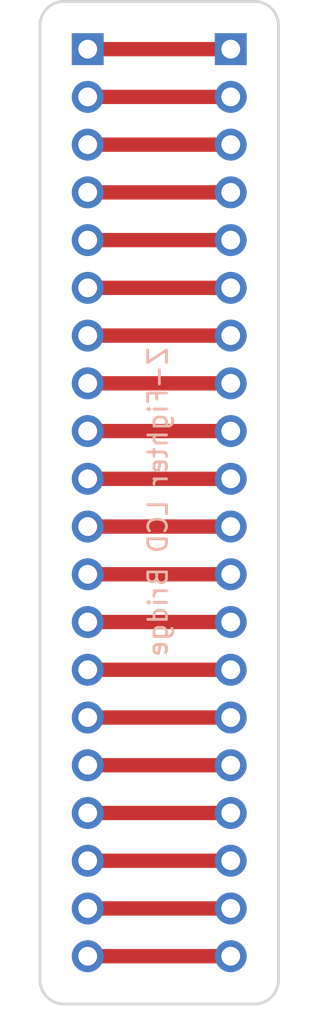
<source format=kicad_pcb>
(kicad_pcb (version 20171130) (host pcbnew "(5.1.9)-1")

  (general
    (thickness 1.6)
    (drawings 9)
    (tracks 20)
    (zones 0)
    (modules 2)
    (nets 21)
  )

  (page User 150.012 150.012)
  (layers
    (0 F.Cu signal)
    (31 B.Cu signal)
    (32 B.Adhes user)
    (33 F.Adhes user)
    (34 B.Paste user)
    (35 F.Paste user)
    (36 B.SilkS user)
    (37 F.SilkS user)
    (38 B.Mask user)
    (39 F.Mask user)
    (40 Dwgs.User user)
    (41 Cmts.User user)
    (42 Eco1.User user)
    (43 Eco2.User user)
    (44 Edge.Cuts user)
    (45 Margin user)
    (46 B.CrtYd user)
    (47 F.CrtYd user)
    (48 B.Fab user)
    (49 F.Fab user)
  )

  (setup
    (last_trace_width 0.25)
    (trace_clearance 0.2)
    (zone_clearance 0.508)
    (zone_45_only no)
    (trace_min 0.2)
    (via_size 0.8)
    (via_drill 0.4)
    (via_min_size 0.4)
    (via_min_drill 0.3)
    (uvia_size 0.3)
    (uvia_drill 0.1)
    (uvias_allowed no)
    (uvia_min_size 0.2)
    (uvia_min_drill 0.1)
    (edge_width 0.05)
    (segment_width 0.2)
    (pcb_text_width 0.3)
    (pcb_text_size 1.5 1.5)
    (mod_edge_width 0.12)
    (mod_text_size 1 1)
    (mod_text_width 0.15)
    (pad_size 1.524 1.524)
    (pad_drill 0.762)
    (pad_to_mask_clearance 0)
    (aux_axis_origin 0 0)
    (grid_origin 152.925001 69.825001)
    (visible_elements FFFFFF7F)
    (pcbplotparams
      (layerselection 0x010fc_ffffffff)
      (usegerberextensions false)
      (usegerberattributes true)
      (usegerberadvancedattributes true)
      (creategerberjobfile true)
      (excludeedgelayer true)
      (linewidth 0.100000)
      (plotframeref false)
      (viasonmask false)
      (mode 1)
      (useauxorigin false)
      (hpglpennumber 1)
      (hpglpenspeed 20)
      (hpglpendiameter 15.000000)
      (psnegative false)
      (psa4output false)
      (plotreference true)
      (plotvalue true)
      (plotinvisibletext false)
      (padsonsilk false)
      (subtractmaskfromsilk false)
      (outputformat 1)
      (mirror false)
      (drillshape 1)
      (scaleselection 1)
      (outputdirectory ""))
  )

  (net 0 "")
  (net 1 "Net-(J1-Pad20)")
  (net 2 "Net-(J1-Pad19)")
  (net 3 "Net-(J1-Pad18)")
  (net 4 "Net-(J1-Pad17)")
  (net 5 "Net-(J1-Pad16)")
  (net 6 "Net-(J1-Pad15)")
  (net 7 "Net-(J1-Pad14)")
  (net 8 "Net-(J1-Pad13)")
  (net 9 "Net-(J1-Pad12)")
  (net 10 "Net-(J1-Pad11)")
  (net 11 "Net-(J1-Pad10)")
  (net 12 "Net-(J1-Pad9)")
  (net 13 "Net-(J1-Pad8)")
  (net 14 "Net-(J1-Pad7)")
  (net 15 "Net-(J1-Pad6)")
  (net 16 "Net-(J1-Pad5)")
  (net 17 "Net-(J1-Pad4)")
  (net 18 "Net-(J1-Pad3)")
  (net 19 "Net-(J1-Pad2)")
  (net 20 "Net-(J1-Pad1)")

  (net_class Default "This is the default net class."
    (clearance 0.2)
    (trace_width 0.25)
    (via_dia 0.8)
    (via_drill 0.4)
    (uvia_dia 0.3)
    (uvia_drill 0.1)
    (add_net "Net-(J1-Pad1)")
    (add_net "Net-(J1-Pad10)")
    (add_net "Net-(J1-Pad11)")
    (add_net "Net-(J1-Pad12)")
    (add_net "Net-(J1-Pad13)")
    (add_net "Net-(J1-Pad14)")
    (add_net "Net-(J1-Pad15)")
    (add_net "Net-(J1-Pad16)")
    (add_net "Net-(J1-Pad17)")
    (add_net "Net-(J1-Pad18)")
    (add_net "Net-(J1-Pad19)")
    (add_net "Net-(J1-Pad2)")
    (add_net "Net-(J1-Pad20)")
    (add_net "Net-(J1-Pad3)")
    (add_net "Net-(J1-Pad4)")
    (add_net "Net-(J1-Pad5)")
    (add_net "Net-(J1-Pad6)")
    (add_net "Net-(J1-Pad7)")
    (add_net "Net-(J1-Pad8)")
    (add_net "Net-(J1-Pad9)")
  )

  (module Connector_PinSocket_2.54mm:PinSocket_1x20_P2.54mm_Vertical (layer F.Cu) (tedit 614CFEA5) (tstamp 614CFE12)
    (at 71.645001 36.805001)
    (descr "Through hole straight socket strip, 1x20, 2.54mm pitch, single row (from Kicad 4.0.7), script generated")
    (tags "Through hole socket strip THT 1x20 2.54mm single row")
    (path /614D1FD2)
    (fp_text reference J1 (at 0 -2.77) (layer F.SilkS) hide
      (effects (font (size 1 1) (thickness 0.15)))
    )
    (fp_text value Conn_01x20 (at 0 51.03) (layer F.Fab)
      (effects (font (size 1 1) (thickness 0.15)))
    )
    (fp_text user %R (at 0 24.13 90) (layer F.Fab)
      (effects (font (size 1 1) (thickness 0.15)))
    )
    (fp_line (start -1.27 -1.27) (end 0.635 -1.27) (layer F.Fab) (width 0.1))
    (fp_line (start 0.635 -1.27) (end 1.27 -0.635) (layer F.Fab) (width 0.1))
    (fp_line (start 1.27 -0.635) (end 1.27 49.53) (layer F.Fab) (width 0.1))
    (fp_line (start 1.27 49.53) (end -1.27 49.53) (layer F.Fab) (width 0.1))
    (fp_line (start -1.27 49.53) (end -1.27 -1.27) (layer F.Fab) (width 0.1))
    (fp_line (start -1.8 -1.8) (end 1.75 -1.8) (layer F.CrtYd) (width 0.05))
    (fp_line (start 1.75 -1.8) (end 1.75 50) (layer F.CrtYd) (width 0.05))
    (fp_line (start 1.75 50) (end -1.8 50) (layer F.CrtYd) (width 0.05))
    (fp_line (start -1.8 50) (end -1.8 -1.8) (layer F.CrtYd) (width 0.05))
    (pad 20 thru_hole oval (at 0 48.26) (size 1.7 1.7) (drill 1) (layers *.Cu *.Mask)
      (net 1 "Net-(J1-Pad20)"))
    (pad 19 thru_hole oval (at 0 45.72) (size 1.7 1.7) (drill 1) (layers *.Cu *.Mask)
      (net 2 "Net-(J1-Pad19)"))
    (pad 18 thru_hole oval (at 0 43.18) (size 1.7 1.7) (drill 1) (layers *.Cu *.Mask)
      (net 3 "Net-(J1-Pad18)"))
    (pad 17 thru_hole oval (at 0 40.64) (size 1.7 1.7) (drill 1) (layers *.Cu *.Mask)
      (net 4 "Net-(J1-Pad17)"))
    (pad 16 thru_hole oval (at 0 38.1) (size 1.7 1.7) (drill 1) (layers *.Cu *.Mask)
      (net 5 "Net-(J1-Pad16)"))
    (pad 15 thru_hole oval (at 0 35.56) (size 1.7 1.7) (drill 1) (layers *.Cu *.Mask)
      (net 6 "Net-(J1-Pad15)"))
    (pad 14 thru_hole oval (at 0 33.02) (size 1.7 1.7) (drill 1) (layers *.Cu *.Mask)
      (net 7 "Net-(J1-Pad14)"))
    (pad 13 thru_hole oval (at 0 30.48) (size 1.7 1.7) (drill 1) (layers *.Cu *.Mask)
      (net 8 "Net-(J1-Pad13)"))
    (pad 12 thru_hole oval (at 0 27.94) (size 1.7 1.7) (drill 1) (layers *.Cu *.Mask)
      (net 9 "Net-(J1-Pad12)"))
    (pad 11 thru_hole oval (at 0 25.4) (size 1.7 1.7) (drill 1) (layers *.Cu *.Mask)
      (net 10 "Net-(J1-Pad11)"))
    (pad 10 thru_hole oval (at 0 22.86) (size 1.7 1.7) (drill 1) (layers *.Cu *.Mask)
      (net 11 "Net-(J1-Pad10)"))
    (pad 9 thru_hole oval (at 0 20.32) (size 1.7 1.7) (drill 1) (layers *.Cu *.Mask)
      (net 12 "Net-(J1-Pad9)"))
    (pad 8 thru_hole oval (at 0 17.78) (size 1.7 1.7) (drill 1) (layers *.Cu *.Mask)
      (net 13 "Net-(J1-Pad8)"))
    (pad 7 thru_hole oval (at 0 15.24) (size 1.7 1.7) (drill 1) (layers *.Cu *.Mask)
      (net 14 "Net-(J1-Pad7)"))
    (pad 6 thru_hole oval (at 0 12.7) (size 1.7 1.7) (drill 1) (layers *.Cu *.Mask)
      (net 15 "Net-(J1-Pad6)"))
    (pad 5 thru_hole oval (at 0 10.16) (size 1.7 1.7) (drill 1) (layers *.Cu *.Mask)
      (net 16 "Net-(J1-Pad5)"))
    (pad 4 thru_hole oval (at 0 7.62) (size 1.7 1.7) (drill 1) (layers *.Cu *.Mask)
      (net 17 "Net-(J1-Pad4)"))
    (pad 3 thru_hole oval (at 0 5.08) (size 1.7 1.7) (drill 1) (layers *.Cu *.Mask)
      (net 18 "Net-(J1-Pad3)"))
    (pad 2 thru_hole oval (at 0 2.54) (size 1.7 1.7) (drill 1) (layers *.Cu *.Mask)
      (net 19 "Net-(J1-Pad2)"))
    (pad 1 thru_hole rect (at 0 0) (size 1.7 1.7) (drill 1) (layers *.Cu *.Mask)
      (net 20 "Net-(J1-Pad1)"))
    (model ${KISYS3DMOD}/Connector_PinSocket_2.54mm.3dshapes/PinSocket_1x20_P2.54mm_Vertical.wrl
      (at (xyz 0 0 0))
      (scale (xyz 1 1 1))
      (rotate (xyz 0 0 0))
    )
  )

  (module Connector_PinSocket_2.54mm:PinSocket_1x20_P2.54mm_Vertical (layer F.Cu) (tedit 614CFDFC) (tstamp 614CFE3A)
    (at 79.265001 36.805001)
    (descr "Through hole straight socket strip, 1x20, 2.54mm pitch, single row (from Kicad 4.0.7), script generated")
    (tags "Through hole socket strip THT 1x20 2.54mm single row")
    (path /614CF9E8)
    (fp_text reference J2 (at 0 -2.77) (layer F.SilkS) hide
      (effects (font (size 1 1) (thickness 0.15)))
    )
    (fp_text value Conn_01x20 (at 0 51.03) (layer F.Fab)
      (effects (font (size 1 1) (thickness 0.15)))
    )
    (fp_line (start -1.8 50) (end -1.8 -1.8) (layer F.CrtYd) (width 0.05))
    (fp_line (start 1.75 50) (end -1.8 50) (layer F.CrtYd) (width 0.05))
    (fp_line (start 1.75 -1.8) (end 1.75 50) (layer F.CrtYd) (width 0.05))
    (fp_line (start -1.8 -1.8) (end 1.75 -1.8) (layer F.CrtYd) (width 0.05))
    (fp_line (start -1.27 49.53) (end -1.27 -1.27) (layer F.Fab) (width 0.1))
    (fp_line (start 1.27 49.53) (end -1.27 49.53) (layer F.Fab) (width 0.1))
    (fp_line (start 1.27 -0.635) (end 1.27 49.53) (layer F.Fab) (width 0.1))
    (fp_line (start 0.635 -1.27) (end 1.27 -0.635) (layer F.Fab) (width 0.1))
    (fp_line (start -1.27 -1.27) (end 0.635 -1.27) (layer F.Fab) (width 0.1))
    (fp_text user %R (at 0 24.13 90) (layer F.Fab)
      (effects (font (size 1 1) (thickness 0.15)))
    )
    (pad 1 thru_hole rect (at 0 0) (size 1.7 1.7) (drill 1) (layers *.Cu *.Mask)
      (net 20 "Net-(J1-Pad1)"))
    (pad 2 thru_hole oval (at 0 2.54) (size 1.7 1.7) (drill 1) (layers *.Cu *.Mask)
      (net 19 "Net-(J1-Pad2)"))
    (pad 3 thru_hole oval (at 0 5.08) (size 1.7 1.7) (drill 1) (layers *.Cu *.Mask)
      (net 18 "Net-(J1-Pad3)"))
    (pad 4 thru_hole oval (at 0 7.62) (size 1.7 1.7) (drill 1) (layers *.Cu *.Mask)
      (net 17 "Net-(J1-Pad4)"))
    (pad 5 thru_hole oval (at 0 10.16) (size 1.7 1.7) (drill 1) (layers *.Cu *.Mask)
      (net 16 "Net-(J1-Pad5)"))
    (pad 6 thru_hole oval (at 0 12.7) (size 1.7 1.7) (drill 1) (layers *.Cu *.Mask)
      (net 15 "Net-(J1-Pad6)"))
    (pad 7 thru_hole oval (at 0 15.24) (size 1.7 1.7) (drill 1) (layers *.Cu *.Mask)
      (net 14 "Net-(J1-Pad7)"))
    (pad 8 thru_hole oval (at 0 17.78) (size 1.7 1.7) (drill 1) (layers *.Cu *.Mask)
      (net 13 "Net-(J1-Pad8)"))
    (pad 9 thru_hole oval (at 0 20.32) (size 1.7 1.7) (drill 1) (layers *.Cu *.Mask)
      (net 12 "Net-(J1-Pad9)"))
    (pad 10 thru_hole oval (at 0 22.86) (size 1.7 1.7) (drill 1) (layers *.Cu *.Mask)
      (net 11 "Net-(J1-Pad10)"))
    (pad 11 thru_hole oval (at 0 25.4) (size 1.7 1.7) (drill 1) (layers *.Cu *.Mask)
      (net 10 "Net-(J1-Pad11)"))
    (pad 12 thru_hole oval (at 0 27.94) (size 1.7 1.7) (drill 1) (layers *.Cu *.Mask)
      (net 9 "Net-(J1-Pad12)"))
    (pad 13 thru_hole oval (at 0 30.48) (size 1.7 1.7) (drill 1) (layers *.Cu *.Mask)
      (net 8 "Net-(J1-Pad13)"))
    (pad 14 thru_hole oval (at 0 33.02) (size 1.7 1.7) (drill 1) (layers *.Cu *.Mask)
      (net 7 "Net-(J1-Pad14)"))
    (pad 15 thru_hole oval (at 0 35.56) (size 1.7 1.7) (drill 1) (layers *.Cu *.Mask)
      (net 6 "Net-(J1-Pad15)"))
    (pad 16 thru_hole oval (at 0 38.1) (size 1.7 1.7) (drill 1) (layers *.Cu *.Mask)
      (net 5 "Net-(J1-Pad16)"))
    (pad 17 thru_hole oval (at 0 40.64) (size 1.7 1.7) (drill 1) (layers *.Cu *.Mask)
      (net 4 "Net-(J1-Pad17)"))
    (pad 18 thru_hole oval (at 0 43.18) (size 1.7 1.7) (drill 1) (layers *.Cu *.Mask)
      (net 3 "Net-(J1-Pad18)"))
    (pad 19 thru_hole oval (at 0 45.72) (size 1.7 1.7) (drill 1) (layers *.Cu *.Mask)
      (net 2 "Net-(J1-Pad19)"))
    (pad 20 thru_hole oval (at 0 48.26) (size 1.7 1.7) (drill 1) (layers *.Cu *.Mask)
      (net 1 "Net-(J1-Pad20)"))
    (model ${KISYS3DMOD}/Connector_PinSocket_2.54mm.3dshapes/PinSocket_1x20_P2.54mm_Vertical.wrl
      (at (xyz 0 0 0))
      (scale (xyz 1 1 1))
      (rotate (xyz 0 0 0))
    )
  )

  (gr_text "Z-Fighter LCD Bridge" (at 75.387501 60.905001 90) (layer B.SilkS)
    (effects (font (size 1 1) (thickness 0.15)) (justify mirror))
  )
  (gr_arc (start 80.535001 86.335001) (end 80.535001 87.605001) (angle -90) (layer Edge.Cuts) (width 0.15))
  (gr_arc (start 70.375001 86.335001) (end 69.105001 86.335001) (angle -90) (layer Edge.Cuts) (width 0.15))
  (gr_arc (start 80.535001 35.535001) (end 81.805001 35.535001) (angle -90) (layer Edge.Cuts) (width 0.15))
  (gr_arc (start 70.375001 35.535001) (end 70.375001 34.265001) (angle -90) (layer Edge.Cuts) (width 0.15))
  (gr_line (start 69.105001 86.335001) (end 69.105001 35.535001) (layer Edge.Cuts) (width 0.15) (tstamp 614CFFC8))
  (gr_line (start 80.535001 87.605001) (end 70.375001 87.605001) (layer Edge.Cuts) (width 0.15))
  (gr_line (start 81.805001 35.535001) (end 81.805001 86.335001) (layer Edge.Cuts) (width 0.15))
  (gr_line (start 70.375001 34.265001) (end 80.535001 34.265001) (layer Edge.Cuts) (width 0.15))

  (segment (start 71.645001 85.065001) (end 79.265001 85.065001) (width 0.762) (layer F.Cu) (net 1))
  (segment (start 71.645001 82.525001) (end 79.265001 82.525001) (width 0.762) (layer F.Cu) (net 2))
  (segment (start 71.645001 79.985001) (end 79.265001 79.985001) (width 0.762) (layer F.Cu) (net 3))
  (segment (start 71.645001 77.445001) (end 79.265001 77.445001) (width 0.762) (layer F.Cu) (net 4))
  (segment (start 71.645001 74.905001) (end 79.265001 74.905001) (width 0.762) (layer F.Cu) (net 5))
  (segment (start 71.645001 72.365001) (end 79.265001 72.365001) (width 0.762) (layer F.Cu) (net 6))
  (segment (start 71.645001 69.825001) (end 79.265001 69.825001) (width 0.762) (layer F.Cu) (net 7))
  (segment (start 71.645001 67.285001) (end 79.265001 67.285001) (width 0.762) (layer F.Cu) (net 8))
  (segment (start 71.645001 64.745001) (end 79.265001 64.745001) (width 0.762) (layer F.Cu) (net 9))
  (segment (start 71.645001 62.205001) (end 79.265001 62.205001) (width 0.762) (layer F.Cu) (net 10))
  (segment (start 71.645001 59.665001) (end 79.265001 59.665001) (width 0.762) (layer F.Cu) (net 11))
  (segment (start 71.645001 57.125001) (end 79.265001 57.125001) (width 0.762) (layer F.Cu) (net 12))
  (segment (start 71.645001 54.585001) (end 79.265001 54.585001) (width 0.762) (layer F.Cu) (net 13))
  (segment (start 71.645001 52.045001) (end 79.265001 52.045001) (width 0.762) (layer F.Cu) (net 14))
  (segment (start 71.645001 49.505001) (end 79.265001 49.505001) (width 0.762) (layer F.Cu) (net 15))
  (segment (start 71.645001 46.965001) (end 79.265001 46.965001) (width 0.762) (layer F.Cu) (net 16))
  (segment (start 71.645001 44.425001) (end 79.265001 44.425001) (width 0.762) (layer F.Cu) (net 17))
  (segment (start 71.645001 41.885001) (end 79.265001 41.885001) (width 0.762) (layer F.Cu) (net 18))
  (segment (start 71.645001 39.345001) (end 79.265001 39.345001) (width 0.762) (layer F.Cu) (net 19))
  (segment (start 71.645001 36.805001) (end 79.265001 36.805001) (width 0.762) (layer F.Cu) (net 20))

)

</source>
